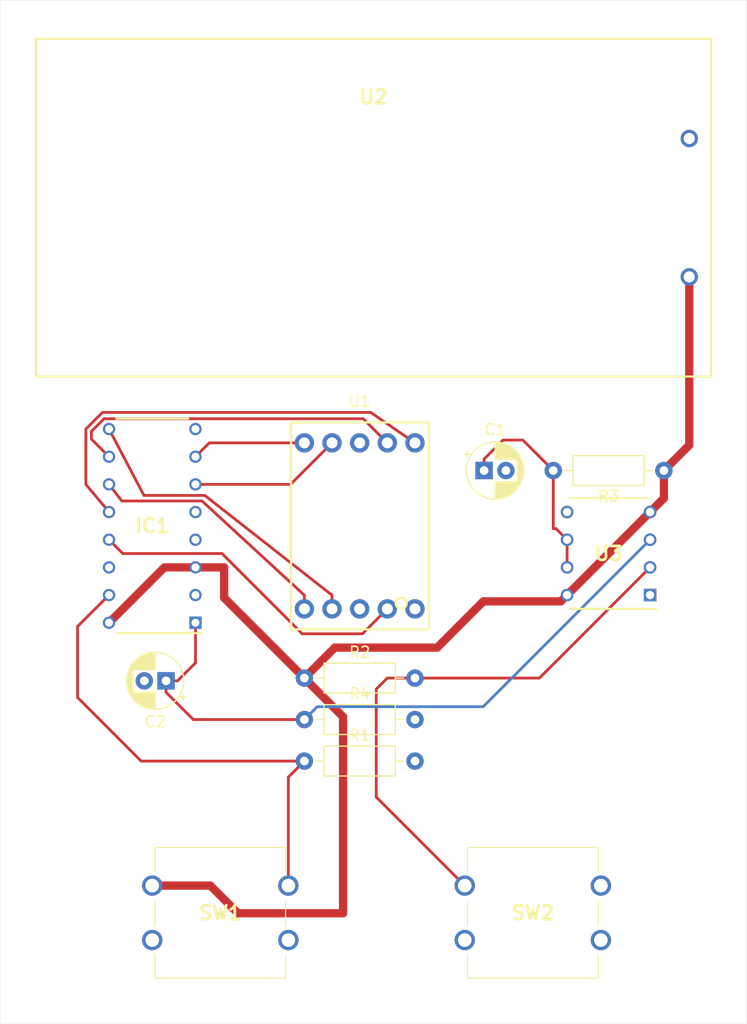
<source format=kicad_pcb>
(kicad_pcb (version 20171130) (host pcbnew "(5.0.0)")

  (general
    (thickness 1.6)
    (drawings 4)
    (tracks 81)
    (zones 0)
    (modules 12)
    (nets 19)
  )

  (page A4)
  (layers
    (0 F.Cu signal)
    (31 B.Cu signal)
    (32 B.Adhes user)
    (33 F.Adhes user)
    (34 B.Paste user)
    (35 F.Paste user)
    (36 B.SilkS user)
    (37 F.SilkS user)
    (38 B.Mask user)
    (39 F.Mask user)
    (40 Dwgs.User user)
    (41 Cmts.User user)
    (42 Eco1.User user)
    (43 Eco2.User user)
    (44 Edge.Cuts user)
    (45 Margin user)
    (46 B.CrtYd user)
    (47 F.CrtYd user)
    (48 B.Fab user)
    (49 F.Fab user)
  )

  (setup
    (last_trace_width 0.254)
    (user_trace_width 0.762)
    (trace_clearance 0.254)
    (zone_clearance 0.508)
    (zone_45_only no)
    (trace_min 0.1524)
    (segment_width 0.2)
    (edge_width 0.15)
    (via_size 0.762)
    (via_drill 0.381)
    (via_min_size 0.6858)
    (via_min_drill 0.3302)
    (uvia_size 0.762)
    (uvia_drill 0.381)
    (uvias_allowed no)
    (uvia_min_size 0.2)
    (uvia_min_drill 0.1)
    (pcb_text_width 0.3)
    (pcb_text_size 1.5 1.5)
    (mod_edge_width 0.15)
    (mod_text_size 1 1)
    (mod_text_width 0.15)
    (pad_size 1.524 1.524)
    (pad_drill 0.762)
    (pad_to_mask_clearance 0.0508)
    (aux_axis_origin 0 0)
    (visible_elements FFFFFF7F)
    (pcbplotparams
      (layerselection 0x010fc_ffffffff)
      (usegerberextensions false)
      (usegerberattributes false)
      (usegerberadvancedattributes false)
      (creategerberjobfile false)
      (excludeedgelayer true)
      (linewidth 0.100000)
      (plotframeref false)
      (viasonmask false)
      (mode 1)
      (useauxorigin false)
      (hpglpennumber 1)
      (hpglpenspeed 20)
      (hpglpendiameter 15.000000)
      (psnegative false)
      (psa4output false)
      (plotreference true)
      (plotvalue true)
      (plotinvisibletext false)
      (padsonsilk false)
      (subtractmaskfromsilk false)
      (outputformat 1)
      (mirror false)
      (drillshape 1)
      (scaleselection 1)
      (outputdirectory ""))
  )

  (net 0 "")
  (net 1 "Net-(C1-Pad1)")
  (net 2 GND)
  (net 3 "Net-(C2-Pad1)")
  (net 4 VCC)
  (net 5 "Net-(IC1-Pad4)")
  (net 6 "Net-(IC1-Pad5)")
  (net 7 "Net-(IC1-Pad6)")
  (net 8 "Net-(IC1-Pad7)")
  (net 9 "Net-(IC1-Pad9)")
  (net 10 "Net-(IC1-Pad10)")
  (net 11 "Net-(IC1-Pad11)")
  (net 12 "Net-(IC1-Pad12)")
  (net 13 "Net-(IC1-Pad13)")
  (net 14 "Net-(IC1-Pad14)")
  (net 15 "Net-(IC1-Pad15)")
  (net 16 "Net-(R2-Pad2)")
  (net 17 "Net-(U1-Pad10)")
  (net 18 "Net-(U3-Pad5)")

  (net_class Default "This is the default net class."
    (clearance 0.254)
    (trace_width 0.254)
    (via_dia 0.762)
    (via_drill 0.381)
    (uvia_dia 0.762)
    (uvia_drill 0.381)
    (add_net GND)
    (add_net "Net-(C1-Pad1)")
    (add_net "Net-(C2-Pad1)")
    (add_net "Net-(IC1-Pad10)")
    (add_net "Net-(IC1-Pad11)")
    (add_net "Net-(IC1-Pad12)")
    (add_net "Net-(IC1-Pad13)")
    (add_net "Net-(IC1-Pad14)")
    (add_net "Net-(IC1-Pad15)")
    (add_net "Net-(IC1-Pad4)")
    (add_net "Net-(IC1-Pad5)")
    (add_net "Net-(IC1-Pad6)")
    (add_net "Net-(IC1-Pad7)")
    (add_net "Net-(IC1-Pad9)")
    (add_net "Net-(R2-Pad2)")
    (add_net "Net-(U1-Pad10)")
    (add_net "Net-(U3-Pad5)")
    (add_net VCC)
  )

  (module Capacitor_THT:CP_Radial_D5.0mm_P2.00mm (layer F.Cu) (tedit 5AE50EF0) (tstamp 6015A0F4)
    (at 137.16 73.66)
    (descr "CP, Radial series, Radial, pin pitch=2.00mm, , diameter=5mm, Electrolytic Capacitor")
    (tags "CP Radial series Radial pin pitch 2.00mm  diameter 5mm Electrolytic Capacitor")
    (path /5FE13F9E)
    (fp_text reference C1 (at 1 -3.75) (layer F.SilkS)
      (effects (font (size 1 1) (thickness 0.15)))
    )
    (fp_text value 1uF (at 1 3.75) (layer F.Fab)
      (effects (font (size 1 1) (thickness 0.15)))
    )
    (fp_circle (center 1 0) (end 3.5 0) (layer F.Fab) (width 0.1))
    (fp_circle (center 1 0) (end 3.62 0) (layer F.SilkS) (width 0.12))
    (fp_circle (center 1 0) (end 3.75 0) (layer F.CrtYd) (width 0.05))
    (fp_line (start -1.133605 -1.0875) (end -0.633605 -1.0875) (layer F.Fab) (width 0.1))
    (fp_line (start -0.883605 -1.3375) (end -0.883605 -0.8375) (layer F.Fab) (width 0.1))
    (fp_line (start 1 1.04) (end 1 2.58) (layer F.SilkS) (width 0.12))
    (fp_line (start 1 -2.58) (end 1 -1.04) (layer F.SilkS) (width 0.12))
    (fp_line (start 1.04 1.04) (end 1.04 2.58) (layer F.SilkS) (width 0.12))
    (fp_line (start 1.04 -2.58) (end 1.04 -1.04) (layer F.SilkS) (width 0.12))
    (fp_line (start 1.08 -2.579) (end 1.08 -1.04) (layer F.SilkS) (width 0.12))
    (fp_line (start 1.08 1.04) (end 1.08 2.579) (layer F.SilkS) (width 0.12))
    (fp_line (start 1.12 -2.578) (end 1.12 -1.04) (layer F.SilkS) (width 0.12))
    (fp_line (start 1.12 1.04) (end 1.12 2.578) (layer F.SilkS) (width 0.12))
    (fp_line (start 1.16 -2.576) (end 1.16 -1.04) (layer F.SilkS) (width 0.12))
    (fp_line (start 1.16 1.04) (end 1.16 2.576) (layer F.SilkS) (width 0.12))
    (fp_line (start 1.2 -2.573) (end 1.2 -1.04) (layer F.SilkS) (width 0.12))
    (fp_line (start 1.2 1.04) (end 1.2 2.573) (layer F.SilkS) (width 0.12))
    (fp_line (start 1.24 -2.569) (end 1.24 -1.04) (layer F.SilkS) (width 0.12))
    (fp_line (start 1.24 1.04) (end 1.24 2.569) (layer F.SilkS) (width 0.12))
    (fp_line (start 1.28 -2.565) (end 1.28 -1.04) (layer F.SilkS) (width 0.12))
    (fp_line (start 1.28 1.04) (end 1.28 2.565) (layer F.SilkS) (width 0.12))
    (fp_line (start 1.32 -2.561) (end 1.32 -1.04) (layer F.SilkS) (width 0.12))
    (fp_line (start 1.32 1.04) (end 1.32 2.561) (layer F.SilkS) (width 0.12))
    (fp_line (start 1.36 -2.556) (end 1.36 -1.04) (layer F.SilkS) (width 0.12))
    (fp_line (start 1.36 1.04) (end 1.36 2.556) (layer F.SilkS) (width 0.12))
    (fp_line (start 1.4 -2.55) (end 1.4 -1.04) (layer F.SilkS) (width 0.12))
    (fp_line (start 1.4 1.04) (end 1.4 2.55) (layer F.SilkS) (width 0.12))
    (fp_line (start 1.44 -2.543) (end 1.44 -1.04) (layer F.SilkS) (width 0.12))
    (fp_line (start 1.44 1.04) (end 1.44 2.543) (layer F.SilkS) (width 0.12))
    (fp_line (start 1.48 -2.536) (end 1.48 -1.04) (layer F.SilkS) (width 0.12))
    (fp_line (start 1.48 1.04) (end 1.48 2.536) (layer F.SilkS) (width 0.12))
    (fp_line (start 1.52 -2.528) (end 1.52 -1.04) (layer F.SilkS) (width 0.12))
    (fp_line (start 1.52 1.04) (end 1.52 2.528) (layer F.SilkS) (width 0.12))
    (fp_line (start 1.56 -2.52) (end 1.56 -1.04) (layer F.SilkS) (width 0.12))
    (fp_line (start 1.56 1.04) (end 1.56 2.52) (layer F.SilkS) (width 0.12))
    (fp_line (start 1.6 -2.511) (end 1.6 -1.04) (layer F.SilkS) (width 0.12))
    (fp_line (start 1.6 1.04) (end 1.6 2.511) (layer F.SilkS) (width 0.12))
    (fp_line (start 1.64 -2.501) (end 1.64 -1.04) (layer F.SilkS) (width 0.12))
    (fp_line (start 1.64 1.04) (end 1.64 2.501) (layer F.SilkS) (width 0.12))
    (fp_line (start 1.68 -2.491) (end 1.68 -1.04) (layer F.SilkS) (width 0.12))
    (fp_line (start 1.68 1.04) (end 1.68 2.491) (layer F.SilkS) (width 0.12))
    (fp_line (start 1.721 -2.48) (end 1.721 -1.04) (layer F.SilkS) (width 0.12))
    (fp_line (start 1.721 1.04) (end 1.721 2.48) (layer F.SilkS) (width 0.12))
    (fp_line (start 1.761 -2.468) (end 1.761 -1.04) (layer F.SilkS) (width 0.12))
    (fp_line (start 1.761 1.04) (end 1.761 2.468) (layer F.SilkS) (width 0.12))
    (fp_line (start 1.801 -2.455) (end 1.801 -1.04) (layer F.SilkS) (width 0.12))
    (fp_line (start 1.801 1.04) (end 1.801 2.455) (layer F.SilkS) (width 0.12))
    (fp_line (start 1.841 -2.442) (end 1.841 -1.04) (layer F.SilkS) (width 0.12))
    (fp_line (start 1.841 1.04) (end 1.841 2.442) (layer F.SilkS) (width 0.12))
    (fp_line (start 1.881 -2.428) (end 1.881 -1.04) (layer F.SilkS) (width 0.12))
    (fp_line (start 1.881 1.04) (end 1.881 2.428) (layer F.SilkS) (width 0.12))
    (fp_line (start 1.921 -2.414) (end 1.921 -1.04) (layer F.SilkS) (width 0.12))
    (fp_line (start 1.921 1.04) (end 1.921 2.414) (layer F.SilkS) (width 0.12))
    (fp_line (start 1.961 -2.398) (end 1.961 -1.04) (layer F.SilkS) (width 0.12))
    (fp_line (start 1.961 1.04) (end 1.961 2.398) (layer F.SilkS) (width 0.12))
    (fp_line (start 2.001 -2.382) (end 2.001 -1.04) (layer F.SilkS) (width 0.12))
    (fp_line (start 2.001 1.04) (end 2.001 2.382) (layer F.SilkS) (width 0.12))
    (fp_line (start 2.041 -2.365) (end 2.041 -1.04) (layer F.SilkS) (width 0.12))
    (fp_line (start 2.041 1.04) (end 2.041 2.365) (layer F.SilkS) (width 0.12))
    (fp_line (start 2.081 -2.348) (end 2.081 -1.04) (layer F.SilkS) (width 0.12))
    (fp_line (start 2.081 1.04) (end 2.081 2.348) (layer F.SilkS) (width 0.12))
    (fp_line (start 2.121 -2.329) (end 2.121 -1.04) (layer F.SilkS) (width 0.12))
    (fp_line (start 2.121 1.04) (end 2.121 2.329) (layer F.SilkS) (width 0.12))
    (fp_line (start 2.161 -2.31) (end 2.161 -1.04) (layer F.SilkS) (width 0.12))
    (fp_line (start 2.161 1.04) (end 2.161 2.31) (layer F.SilkS) (width 0.12))
    (fp_line (start 2.201 -2.29) (end 2.201 -1.04) (layer F.SilkS) (width 0.12))
    (fp_line (start 2.201 1.04) (end 2.201 2.29) (layer F.SilkS) (width 0.12))
    (fp_line (start 2.241 -2.268) (end 2.241 -1.04) (layer F.SilkS) (width 0.12))
    (fp_line (start 2.241 1.04) (end 2.241 2.268) (layer F.SilkS) (width 0.12))
    (fp_line (start 2.281 -2.247) (end 2.281 -1.04) (layer F.SilkS) (width 0.12))
    (fp_line (start 2.281 1.04) (end 2.281 2.247) (layer F.SilkS) (width 0.12))
    (fp_line (start 2.321 -2.224) (end 2.321 -1.04) (layer F.SilkS) (width 0.12))
    (fp_line (start 2.321 1.04) (end 2.321 2.224) (layer F.SilkS) (width 0.12))
    (fp_line (start 2.361 -2.2) (end 2.361 -1.04) (layer F.SilkS) (width 0.12))
    (fp_line (start 2.361 1.04) (end 2.361 2.2) (layer F.SilkS) (width 0.12))
    (fp_line (start 2.401 -2.175) (end 2.401 -1.04) (layer F.SilkS) (width 0.12))
    (fp_line (start 2.401 1.04) (end 2.401 2.175) (layer F.SilkS) (width 0.12))
    (fp_line (start 2.441 -2.149) (end 2.441 -1.04) (layer F.SilkS) (width 0.12))
    (fp_line (start 2.441 1.04) (end 2.441 2.149) (layer F.SilkS) (width 0.12))
    (fp_line (start 2.481 -2.122) (end 2.481 -1.04) (layer F.SilkS) (width 0.12))
    (fp_line (start 2.481 1.04) (end 2.481 2.122) (layer F.SilkS) (width 0.12))
    (fp_line (start 2.521 -2.095) (end 2.521 -1.04) (layer F.SilkS) (width 0.12))
    (fp_line (start 2.521 1.04) (end 2.521 2.095) (layer F.SilkS) (width 0.12))
    (fp_line (start 2.561 -2.065) (end 2.561 -1.04) (layer F.SilkS) (width 0.12))
    (fp_line (start 2.561 1.04) (end 2.561 2.065) (layer F.SilkS) (width 0.12))
    (fp_line (start 2.601 -2.035) (end 2.601 -1.04) (layer F.SilkS) (width 0.12))
    (fp_line (start 2.601 1.04) (end 2.601 2.035) (layer F.SilkS) (width 0.12))
    (fp_line (start 2.641 -2.004) (end 2.641 -1.04) (layer F.SilkS) (width 0.12))
    (fp_line (start 2.641 1.04) (end 2.641 2.004) (layer F.SilkS) (width 0.12))
    (fp_line (start 2.681 -1.971) (end 2.681 -1.04) (layer F.SilkS) (width 0.12))
    (fp_line (start 2.681 1.04) (end 2.681 1.971) (layer F.SilkS) (width 0.12))
    (fp_line (start 2.721 -1.937) (end 2.721 -1.04) (layer F.SilkS) (width 0.12))
    (fp_line (start 2.721 1.04) (end 2.721 1.937) (layer F.SilkS) (width 0.12))
    (fp_line (start 2.761 -1.901) (end 2.761 -1.04) (layer F.SilkS) (width 0.12))
    (fp_line (start 2.761 1.04) (end 2.761 1.901) (layer F.SilkS) (width 0.12))
    (fp_line (start 2.801 -1.864) (end 2.801 -1.04) (layer F.SilkS) (width 0.12))
    (fp_line (start 2.801 1.04) (end 2.801 1.864) (layer F.SilkS) (width 0.12))
    (fp_line (start 2.841 -1.826) (end 2.841 -1.04) (layer F.SilkS) (width 0.12))
    (fp_line (start 2.841 1.04) (end 2.841 1.826) (layer F.SilkS) (width 0.12))
    (fp_line (start 2.881 -1.785) (end 2.881 -1.04) (layer F.SilkS) (width 0.12))
    (fp_line (start 2.881 1.04) (end 2.881 1.785) (layer F.SilkS) (width 0.12))
    (fp_line (start 2.921 -1.743) (end 2.921 -1.04) (layer F.SilkS) (width 0.12))
    (fp_line (start 2.921 1.04) (end 2.921 1.743) (layer F.SilkS) (width 0.12))
    (fp_line (start 2.961 -1.699) (end 2.961 -1.04) (layer F.SilkS) (width 0.12))
    (fp_line (start 2.961 1.04) (end 2.961 1.699) (layer F.SilkS) (width 0.12))
    (fp_line (start 3.001 -1.653) (end 3.001 -1.04) (layer F.SilkS) (width 0.12))
    (fp_line (start 3.001 1.04) (end 3.001 1.653) (layer F.SilkS) (width 0.12))
    (fp_line (start 3.041 -1.605) (end 3.041 1.605) (layer F.SilkS) (width 0.12))
    (fp_line (start 3.081 -1.554) (end 3.081 1.554) (layer F.SilkS) (width 0.12))
    (fp_line (start 3.121 -1.5) (end 3.121 1.5) (layer F.SilkS) (width 0.12))
    (fp_line (start 3.161 -1.443) (end 3.161 1.443) (layer F.SilkS) (width 0.12))
    (fp_line (start 3.201 -1.383) (end 3.201 1.383) (layer F.SilkS) (width 0.12))
    (fp_line (start 3.241 -1.319) (end 3.241 1.319) (layer F.SilkS) (width 0.12))
    (fp_line (start 3.281 -1.251) (end 3.281 1.251) (layer F.SilkS) (width 0.12))
    (fp_line (start 3.321 -1.178) (end 3.321 1.178) (layer F.SilkS) (width 0.12))
    (fp_line (start 3.361 -1.098) (end 3.361 1.098) (layer F.SilkS) (width 0.12))
    (fp_line (start 3.401 -1.011) (end 3.401 1.011) (layer F.SilkS) (width 0.12))
    (fp_line (start 3.441 -0.915) (end 3.441 0.915) (layer F.SilkS) (width 0.12))
    (fp_line (start 3.481 -0.805) (end 3.481 0.805) (layer F.SilkS) (width 0.12))
    (fp_line (start 3.521 -0.677) (end 3.521 0.677) (layer F.SilkS) (width 0.12))
    (fp_line (start 3.561 -0.518) (end 3.561 0.518) (layer F.SilkS) (width 0.12))
    (fp_line (start 3.601 -0.284) (end 3.601 0.284) (layer F.SilkS) (width 0.12))
    (fp_line (start -1.804775 -1.475) (end -1.304775 -1.475) (layer F.SilkS) (width 0.12))
    (fp_line (start -1.554775 -1.725) (end -1.554775 -1.225) (layer F.SilkS) (width 0.12))
    (fp_text user %R (at 1 0) (layer F.Fab)
      (effects (font (size 1 1) (thickness 0.15)))
    )
    (pad 1 thru_hole rect (at 0 0) (size 1.6 1.6) (drill 0.8) (layers *.Cu *.Mask)
      (net 1 "Net-(C1-Pad1)"))
    (pad 2 thru_hole circle (at 2 0) (size 1.6 1.6) (drill 0.8) (layers *.Cu *.Mask)
      (net 2 GND))
    (model ${KISYS3DMOD}/Capacitor_THT.3dshapes/CP_Radial_D5.0mm_P2.00mm.wrl
      (at (xyz 0 0 0))
      (scale (xyz 1 1 1))
      (rotate (xyz 0 0 0))
    )
  )

  (module Capacitor_THT:CP_Radial_D5.0mm_P2.00mm (layer F.Cu) (tedit 5AE50EF0) (tstamp 6015602E)
    (at 107.95 92.964 180)
    (descr "CP, Radial series, Radial, pin pitch=2.00mm, , diameter=5mm, Electrolytic Capacitor")
    (tags "CP Radial series Radial pin pitch 2.00mm  diameter 5mm Electrolytic Capacitor")
    (path /5FE1449A)
    (fp_text reference C2 (at 1 -3.75 180) (layer F.SilkS)
      (effects (font (size 1 1) (thickness 0.15)))
    )
    (fp_text value 22uF (at 1 3.75 180) (layer F.Fab)
      (effects (font (size 1 1) (thickness 0.15)))
    )
    (fp_text user %R (at 1 0 180) (layer F.Fab)
      (effects (font (size 1 1) (thickness 0.15)))
    )
    (fp_line (start -1.554775 -1.725) (end -1.554775 -1.225) (layer F.SilkS) (width 0.12))
    (fp_line (start -1.804775 -1.475) (end -1.304775 -1.475) (layer F.SilkS) (width 0.12))
    (fp_line (start 3.601 -0.284) (end 3.601 0.284) (layer F.SilkS) (width 0.12))
    (fp_line (start 3.561 -0.518) (end 3.561 0.518) (layer F.SilkS) (width 0.12))
    (fp_line (start 3.521 -0.677) (end 3.521 0.677) (layer F.SilkS) (width 0.12))
    (fp_line (start 3.481 -0.805) (end 3.481 0.805) (layer F.SilkS) (width 0.12))
    (fp_line (start 3.441 -0.915) (end 3.441 0.915) (layer F.SilkS) (width 0.12))
    (fp_line (start 3.401 -1.011) (end 3.401 1.011) (layer F.SilkS) (width 0.12))
    (fp_line (start 3.361 -1.098) (end 3.361 1.098) (layer F.SilkS) (width 0.12))
    (fp_line (start 3.321 -1.178) (end 3.321 1.178) (layer F.SilkS) (width 0.12))
    (fp_line (start 3.281 -1.251) (end 3.281 1.251) (layer F.SilkS) (width 0.12))
    (fp_line (start 3.241 -1.319) (end 3.241 1.319) (layer F.SilkS) (width 0.12))
    (fp_line (start 3.201 -1.383) (end 3.201 1.383) (layer F.SilkS) (width 0.12))
    (fp_line (start 3.161 -1.443) (end 3.161 1.443) (layer F.SilkS) (width 0.12))
    (fp_line (start 3.121 -1.5) (end 3.121 1.5) (layer F.SilkS) (width 0.12))
    (fp_line (start 3.081 -1.554) (end 3.081 1.554) (layer F.SilkS) (width 0.12))
    (fp_line (start 3.041 -1.605) (end 3.041 1.605) (layer F.SilkS) (width 0.12))
    (fp_line (start 3.001 1.04) (end 3.001 1.653) (layer F.SilkS) (width 0.12))
    (fp_line (start 3.001 -1.653) (end 3.001 -1.04) (layer F.SilkS) (width 0.12))
    (fp_line (start 2.961 1.04) (end 2.961 1.699) (layer F.SilkS) (width 0.12))
    (fp_line (start 2.961 -1.699) (end 2.961 -1.04) (layer F.SilkS) (width 0.12))
    (fp_line (start 2.921 1.04) (end 2.921 1.743) (layer F.SilkS) (width 0.12))
    (fp_line (start 2.921 -1.743) (end 2.921 -1.04) (layer F.SilkS) (width 0.12))
    (fp_line (start 2.881 1.04) (end 2.881 1.785) (layer F.SilkS) (width 0.12))
    (fp_line (start 2.881 -1.785) (end 2.881 -1.04) (layer F.SilkS) (width 0.12))
    (fp_line (start 2.841 1.04) (end 2.841 1.826) (layer F.SilkS) (width 0.12))
    (fp_line (start 2.841 -1.826) (end 2.841 -1.04) (layer F.SilkS) (width 0.12))
    (fp_line (start 2.801 1.04) (end 2.801 1.864) (layer F.SilkS) (width 0.12))
    (fp_line (start 2.801 -1.864) (end 2.801 -1.04) (layer F.SilkS) (width 0.12))
    (fp_line (start 2.761 1.04) (end 2.761 1.901) (layer F.SilkS) (width 0.12))
    (fp_line (start 2.761 -1.901) (end 2.761 -1.04) (layer F.SilkS) (width 0.12))
    (fp_line (start 2.721 1.04) (end 2.721 1.937) (layer F.SilkS) (width 0.12))
    (fp_line (start 2.721 -1.937) (end 2.721 -1.04) (layer F.SilkS) (width 0.12))
    (fp_line (start 2.681 1.04) (end 2.681 1.971) (layer F.SilkS) (width 0.12))
    (fp_line (start 2.681 -1.971) (end 2.681 -1.04) (layer F.SilkS) (width 0.12))
    (fp_line (start 2.641 1.04) (end 2.641 2.004) (layer F.SilkS) (width 0.12))
    (fp_line (start 2.641 -2.004) (end 2.641 -1.04) (layer F.SilkS) (width 0.12))
    (fp_line (start 2.601 1.04) (end 2.601 2.035) (layer F.SilkS) (width 0.12))
    (fp_line (start 2.601 -2.035) (end 2.601 -1.04) (layer F.SilkS) (width 0.12))
    (fp_line (start 2.561 1.04) (end 2.561 2.065) (layer F.SilkS) (width 0.12))
    (fp_line (start 2.561 -2.065) (end 2.561 -1.04) (layer F.SilkS) (width 0.12))
    (fp_line (start 2.521 1.04) (end 2.521 2.095) (layer F.SilkS) (width 0.12))
    (fp_line (start 2.521 -2.095) (end 2.521 -1.04) (layer F.SilkS) (width 0.12))
    (fp_line (start 2.481 1.04) (end 2.481 2.122) (layer F.SilkS) (width 0.12))
    (fp_line (start 2.481 -2.122) (end 2.481 -1.04) (layer F.SilkS) (width 0.12))
    (fp_line (start 2.441 1.04) (end 2.441 2.149) (layer F.SilkS) (width 0.12))
    (fp_line (start 2.441 -2.149) (end 2.441 -1.04) (layer F.SilkS) (width 0.12))
    (fp_line (start 2.401 1.04) (end 2.401 2.175) (layer F.SilkS) (width 0.12))
    (fp_line (start 2.401 -2.175) (end 2.401 -1.04) (layer F.SilkS) (width 0.12))
    (fp_line (start 2.361 1.04) (end 2.361 2.2) (layer F.SilkS) (width 0.12))
    (fp_line (start 2.361 -2.2) (end 2.361 -1.04) (layer F.SilkS) (width 0.12))
    (fp_line (start 2.321 1.04) (end 2.321 2.224) (layer F.SilkS) (width 0.12))
    (fp_line (start 2.321 -2.224) (end 2.321 -1.04) (layer F.SilkS) (width 0.12))
    (fp_line (start 2.281 1.04) (end 2.281 2.247) (layer F.SilkS) (width 0.12))
    (fp_line (start 2.281 -2.247) (end 2.281 -1.04) (layer F.SilkS) (width 0.12))
    (fp_line (start 2.241 1.04) (end 2.241 2.268) (layer F.SilkS) (width 0.12))
    (fp_line (start 2.241 -2.268) (end 2.241 -1.04) (layer F.SilkS) (width 0.12))
    (fp_line (start 2.201 1.04) (end 2.201 2.29) (layer F.SilkS) (width 0.12))
    (fp_line (start 2.201 -2.29) (end 2.201 -1.04) (layer F.SilkS) (width 0.12))
    (fp_line (start 2.161 1.04) (end 2.161 2.31) (layer F.SilkS) (width 0.12))
    (fp_line (start 2.161 -2.31) (end 2.161 -1.04) (layer F.SilkS) (width 0.12))
    (fp_line (start 2.121 1.04) (end 2.121 2.329) (layer F.SilkS) (width 0.12))
    (fp_line (start 2.121 -2.329) (end 2.121 -1.04) (layer F.SilkS) (width 0.12))
    (fp_line (start 2.081 1.04) (end 2.081 2.348) (layer F.SilkS) (width 0.12))
    (fp_line (start 2.081 -2.348) (end 2.081 -1.04) (layer F.SilkS) (width 0.12))
    (fp_line (start 2.041 1.04) (end 2.041 2.365) (layer F.SilkS) (width 0.12))
    (fp_line (start 2.041 -2.365) (end 2.041 -1.04) (layer F.SilkS) (width 0.12))
    (fp_line (start 2.001 1.04) (end 2.001 2.382) (layer F.SilkS) (width 0.12))
    (fp_line (start 2.001 -2.382) (end 2.001 -1.04) (layer F.SilkS) (width 0.12))
    (fp_line (start 1.961 1.04) (end 1.961 2.398) (layer F.SilkS) (width 0.12))
    (fp_line (start 1.961 -2.398) (end 1.961 -1.04) (layer F.SilkS) (width 0.12))
    (fp_line (start 1.921 1.04) (end 1.921 2.414) (layer F.SilkS) (width 0.12))
    (fp_line (start 1.921 -2.414) (end 1.921 -1.04) (layer F.SilkS) (width 0.12))
    (fp_line (start 1.881 1.04) (end 1.881 2.428) (layer F.SilkS) (width 0.12))
    (fp_line (start 1.881 -2.428) (end 1.881 -1.04) (layer F.SilkS) (width 0.12))
    (fp_line (start 1.841 1.04) (end 1.841 2.442) (layer F.SilkS) (width 0.12))
    (fp_line (start 1.841 -2.442) (end 1.841 -1.04) (layer F.SilkS) (width 0.12))
    (fp_line (start 1.801 1.04) (end 1.801 2.455) (layer F.SilkS) (width 0.12))
    (fp_line (start 1.801 -2.455) (end 1.801 -1.04) (layer F.SilkS) (width 0.12))
    (fp_line (start 1.761 1.04) (end 1.761 2.468) (layer F.SilkS) (width 0.12))
    (fp_line (start 1.761 -2.468) (end 1.761 -1.04) (layer F.SilkS) (width 0.12))
    (fp_line (start 1.721 1.04) (end 1.721 2.48) (layer F.SilkS) (width 0.12))
    (fp_line (start 1.721 -2.48) (end 1.721 -1.04) (layer F.SilkS) (width 0.12))
    (fp_line (start 1.68 1.04) (end 1.68 2.491) (layer F.SilkS) (width 0.12))
    (fp_line (start 1.68 -2.491) (end 1.68 -1.04) (layer F.SilkS) (width 0.12))
    (fp_line (start 1.64 1.04) (end 1.64 2.501) (layer F.SilkS) (width 0.12))
    (fp_line (start 1.64 -2.501) (end 1.64 -1.04) (layer F.SilkS) (width 0.12))
    (fp_line (start 1.6 1.04) (end 1.6 2.511) (layer F.SilkS) (width 0.12))
    (fp_line (start 1.6 -2.511) (end 1.6 -1.04) (layer F.SilkS) (width 0.12))
    (fp_line (start 1.56 1.04) (end 1.56 2.52) (layer F.SilkS) (width 0.12))
    (fp_line (start 1.56 -2.52) (end 1.56 -1.04) (layer F.SilkS) (width 0.12))
    (fp_line (start 1.52 1.04) (end 1.52 2.528) (layer F.SilkS) (width 0.12))
    (fp_line (start 1.52 -2.528) (end 1.52 -1.04) (layer F.SilkS) (width 0.12))
    (fp_line (start 1.48 1.04) (end 1.48 2.536) (layer F.SilkS) (width 0.12))
    (fp_line (start 1.48 -2.536) (end 1.48 -1.04) (layer F.SilkS) (width 0.12))
    (fp_line (start 1.44 1.04) (end 1.44 2.543) (layer F.SilkS) (width 0.12))
    (fp_line (start 1.44 -2.543) (end 1.44 -1.04) (layer F.SilkS) (width 0.12))
    (fp_line (start 1.4 1.04) (end 1.4 2.55) (layer F.SilkS) (width 0.12))
    (fp_line (start 1.4 -2.55) (end 1.4 -1.04) (layer F.SilkS) (width 0.12))
    (fp_line (start 1.36 1.04) (end 1.36 2.556) (layer F.SilkS) (width 0.12))
    (fp_line (start 1.36 -2.556) (end 1.36 -1.04) (layer F.SilkS) (width 0.12))
    (fp_line (start 1.32 1.04) (end 1.32 2.561) (layer F.SilkS) (width 0.12))
    (fp_line (start 1.32 -2.561) (end 1.32 -1.04) (layer F.SilkS) (width 0.12))
    (fp_line (start 1.28 1.04) (end 1.28 2.565) (layer F.SilkS) (width 0.12))
    (fp_line (start 1.28 -2.565) (end 1.28 -1.04) (layer F.SilkS) (width 0.12))
    (fp_line (start 1.24 1.04) (end 1.24 2.569) (layer F.SilkS) (width 0.12))
    (fp_line (start 1.24 -2.569) (end 1.24 -1.04) (layer F.SilkS) (width 0.12))
    (fp_line (start 1.2 1.04) (end 1.2 2.573) (layer F.SilkS) (width 0.12))
    (fp_line (start 1.2 -2.573) (end 1.2 -1.04) (layer F.SilkS) (width 0.12))
    (fp_line (start 1.16 1.04) (end 1.16 2.576) (layer F.SilkS) (width 0.12))
    (fp_line (start 1.16 -2.576) (end 1.16 -1.04) (layer F.SilkS) (width 0.12))
    (fp_line (start 1.12 1.04) (end 1.12 2.578) (layer F.SilkS) (width 0.12))
    (fp_line (start 1.12 -2.578) (end 1.12 -1.04) (layer F.SilkS) (width 0.12))
    (fp_line (start 1.08 1.04) (end 1.08 2.579) (layer F.SilkS) (width 0.12))
    (fp_line (start 1.08 -2.579) (end 1.08 -1.04) (layer F.SilkS) (width 0.12))
    (fp_line (start 1.04 -2.58) (end 1.04 -1.04) (layer F.SilkS) (width 0.12))
    (fp_line (start 1.04 1.04) (end 1.04 2.58) (layer F.SilkS) (width 0.12))
    (fp_line (start 1 -2.58) (end 1 -1.04) (layer F.SilkS) (width 0.12))
    (fp_line (start 1 1.04) (end 1 2.58) (layer F.SilkS) (width 0.12))
    (fp_line (start -0.883605 -1.3375) (end -0.883605 -0.8375) (layer F.Fab) (width 0.1))
    (fp_line (start -1.133605 -1.0875) (end -0.633605 -1.0875) (layer F.Fab) (width 0.1))
    (fp_circle (center 1 0) (end 3.75 0) (layer F.CrtYd) (width 0.05))
    (fp_circle (center 1 0) (end 3.62 0) (layer F.SilkS) (width 0.12))
    (fp_circle (center 1 0) (end 3.5 0) (layer F.Fab) (width 0.1))
    (pad 2 thru_hole circle (at 2 0 180) (size 1.6 1.6) (drill 0.8) (layers *.Cu *.Mask)
      (net 2 GND))
    (pad 1 thru_hole rect (at 0 0 180) (size 1.6 1.6) (drill 0.8) (layers *.Cu *.Mask)
      (net 3 "Net-(C2-Pad1)"))
    (model ${KISYS3DMOD}/Capacitor_THT.3dshapes/CP_Radial_D5.0mm_P2.00mm.wrl
      (at (xyz 0 0 0))
      (scale (xyz 1 1 1))
      (rotate (xyz 0 0 0))
    )
  )

  (module SamacSys_Parts:DIP794W53P254L1930H508Q16N (layer F.Cu) (tedit 0) (tstamp 6015604E)
    (at 106.68 78.74 180)
    (descr "N (R-PDIP-T)")
    (tags "Integrated Circuit")
    (path /5FE14AFF)
    (fp_text reference IC1 (at 0 0 180) (layer F.SilkS)
      (effects (font (size 1.27 1.27) (thickness 0.254)))
    )
    (fp_text value CD4026BE (at 0 0 180) (layer F.SilkS) hide
      (effects (font (size 1.27 1.27) (thickness 0.254)))
    )
    (fp_text user %R (at 0 0 180) (layer F.Fab)
      (effects (font (size 1.27 1.27) (thickness 0.254)))
    )
    (fp_line (start -4.945 -10.095) (end 4.945 -10.095) (layer F.CrtYd) (width 0.05))
    (fp_line (start 4.945 -10.095) (end 4.945 10.095) (layer F.CrtYd) (width 0.05))
    (fp_line (start 4.945 10.095) (end -4.945 10.095) (layer F.CrtYd) (width 0.05))
    (fp_line (start -4.945 10.095) (end -4.945 -10.095) (layer F.CrtYd) (width 0.05))
    (fp_line (start -3.3 -9.845) (end 3.3 -9.845) (layer F.Fab) (width 0.1))
    (fp_line (start 3.3 -9.845) (end 3.3 9.845) (layer F.Fab) (width 0.1))
    (fp_line (start 3.3 9.845) (end -3.3 9.845) (layer F.Fab) (width 0.1))
    (fp_line (start -3.3 9.845) (end -3.3 -9.845) (layer F.Fab) (width 0.1))
    (fp_line (start -3.3 -8.575) (end -2.03 -9.845) (layer F.Fab) (width 0.1))
    (fp_line (start -4.535 -9.845) (end 3.3 -9.845) (layer F.SilkS) (width 0.2))
    (fp_line (start -3.3 9.845) (end 3.3 9.845) (layer F.SilkS) (width 0.2))
    (pad 1 thru_hole rect (at -3.97 -8.89 180) (size 1.13 1.13) (drill 0.73) (layers *.Cu *.Mask)
      (net 3 "Net-(C2-Pad1)"))
    (pad 2 thru_hole circle (at -3.97 -6.35 180) (size 1.13 1.13) (drill 0.73) (layers *.Cu *.Mask)
      (net 2 GND))
    (pad 3 thru_hole circle (at -3.97 -3.81 180) (size 1.13 1.13) (drill 0.73) (layers *.Cu *.Mask)
      (net 4 VCC))
    (pad 4 thru_hole circle (at -3.97 -1.27 180) (size 1.13 1.13) (drill 0.73) (layers *.Cu *.Mask)
      (net 5 "Net-(IC1-Pad4)"))
    (pad 5 thru_hole circle (at -3.97 1.27 180) (size 1.13 1.13) (drill 0.73) (layers *.Cu *.Mask)
      (net 6 "Net-(IC1-Pad5)"))
    (pad 6 thru_hole circle (at -3.97 3.81 180) (size 1.13 1.13) (drill 0.73) (layers *.Cu *.Mask)
      (net 7 "Net-(IC1-Pad6)"))
    (pad 7 thru_hole circle (at -3.97 6.35 180) (size 1.13 1.13) (drill 0.73) (layers *.Cu *.Mask)
      (net 8 "Net-(IC1-Pad7)"))
    (pad 8 thru_hole circle (at -3.97 8.89 180) (size 1.13 1.13) (drill 0.73) (layers *.Cu *.Mask)
      (net 2 GND))
    (pad 9 thru_hole circle (at 3.97 8.89 180) (size 1.13 1.13) (drill 0.73) (layers *.Cu *.Mask)
      (net 9 "Net-(IC1-Pad9)"))
    (pad 10 thru_hole circle (at 3.97 6.35 180) (size 1.13 1.13) (drill 0.73) (layers *.Cu *.Mask)
      (net 10 "Net-(IC1-Pad10)"))
    (pad 11 thru_hole circle (at 3.97 3.81 180) (size 1.13 1.13) (drill 0.73) (layers *.Cu *.Mask)
      (net 11 "Net-(IC1-Pad11)"))
    (pad 12 thru_hole circle (at 3.97 1.27 180) (size 1.13 1.13) (drill 0.73) (layers *.Cu *.Mask)
      (net 12 "Net-(IC1-Pad12)"))
    (pad 13 thru_hole circle (at 3.97 -1.27 180) (size 1.13 1.13) (drill 0.73) (layers *.Cu *.Mask)
      (net 13 "Net-(IC1-Pad13)"))
    (pad 14 thru_hole circle (at 3.97 -3.81 180) (size 1.13 1.13) (drill 0.73) (layers *.Cu *.Mask)
      (net 14 "Net-(IC1-Pad14)"))
    (pad 15 thru_hole circle (at 3.97 -6.35 180) (size 1.13 1.13) (drill 0.73) (layers *.Cu *.Mask)
      (net 15 "Net-(IC1-Pad15)"))
    (pad 16 thru_hole circle (at 3.97 -8.89 180) (size 1.13 1.13) (drill 0.73) (layers *.Cu *.Mask)
      (net 4 VCC))
    (model "C:\\Users\\seand\\Documents\\Library Loader Components\\SamacSys_Parts.3dshapes\\CD4026BE.stp"
      (at (xyz 0 0 0))
      (scale (xyz 1 1 1))
      (rotate (xyz 0 0 0))
    )
  )

  (module Resistor_THT:R_Axial_DIN0207_L6.3mm_D2.5mm_P10.16mm_Horizontal (layer F.Cu) (tedit 5AE5139B) (tstamp 60157F02)
    (at 120.65 100.33)
    (descr "Resistor, Axial_DIN0207 series, Axial, Horizontal, pin pitch=10.16mm, 0.25W = 1/4W, length*diameter=6.3*2.5mm^2, http://cdn-reichelt.de/documents/datenblatt/B400/1_4W%23YAG.pdf")
    (tags "Resistor Axial_DIN0207 series Axial Horizontal pin pitch 10.16mm 0.25W = 1/4W length 6.3mm diameter 2.5mm")
    (path /5FE146C4)
    (fp_text reference R1 (at 5.08 -2.37) (layer F.SilkS)
      (effects (font (size 1 1) (thickness 0.15)))
    )
    (fp_text value 10k (at 5.08 2.37) (layer F.Fab)
      (effects (font (size 1 1) (thickness 0.15)))
    )
    (fp_text user %R (at 5.08 0) (layer F.Fab)
      (effects (font (size 1 1) (thickness 0.15)))
    )
    (fp_line (start 11.21 -1.5) (end -1.05 -1.5) (layer F.CrtYd) (width 0.05))
    (fp_line (start 11.21 1.5) (end 11.21 -1.5) (layer F.CrtYd) (width 0.05))
    (fp_line (start -1.05 1.5) (end 11.21 1.5) (layer F.CrtYd) (width 0.05))
    (fp_line (start -1.05 -1.5) (end -1.05 1.5) (layer F.CrtYd) (width 0.05))
    (fp_line (start 9.12 0) (end 8.35 0) (layer F.SilkS) (width 0.12))
    (fp_line (start 1.04 0) (end 1.81 0) (layer F.SilkS) (width 0.12))
    (fp_line (start 8.35 -1.37) (end 1.81 -1.37) (layer F.SilkS) (width 0.12))
    (fp_line (start 8.35 1.37) (end 8.35 -1.37) (layer F.SilkS) (width 0.12))
    (fp_line (start 1.81 1.37) (end 8.35 1.37) (layer F.SilkS) (width 0.12))
    (fp_line (start 1.81 -1.37) (end 1.81 1.37) (layer F.SilkS) (width 0.12))
    (fp_line (start 10.16 0) (end 8.23 0) (layer F.Fab) (width 0.1))
    (fp_line (start 0 0) (end 1.93 0) (layer F.Fab) (width 0.1))
    (fp_line (start 8.23 -1.25) (end 1.93 -1.25) (layer F.Fab) (width 0.1))
    (fp_line (start 8.23 1.25) (end 8.23 -1.25) (layer F.Fab) (width 0.1))
    (fp_line (start 1.93 1.25) (end 8.23 1.25) (layer F.Fab) (width 0.1))
    (fp_line (start 1.93 -1.25) (end 1.93 1.25) (layer F.Fab) (width 0.1))
    (pad 2 thru_hole oval (at 10.16 0) (size 1.6 1.6) (drill 0.8) (layers *.Cu *.Mask)
      (net 2 GND))
    (pad 1 thru_hole circle (at 0 0) (size 1.6 1.6) (drill 0.8) (layers *.Cu *.Mask)
      (net 15 "Net-(IC1-Pad15)"))
    (model ${KISYS3DMOD}/Resistor_THT.3dshapes/R_Axial_DIN0207_L6.3mm_D2.5mm_P10.16mm_Horizontal.wrl
      (at (xyz 0 0 0))
      (scale (xyz 1 1 1))
      (rotate (xyz 0 0 0))
    )
  )

  (module Resistor_THT:R_Axial_DIN0207_L6.3mm_D2.5mm_P10.16mm_Horizontal (layer F.Cu) (tedit 5AE5139B) (tstamp 601587F1)
    (at 120.65 92.71)
    (descr "Resistor, Axial_DIN0207 series, Axial, Horizontal, pin pitch=10.16mm, 0.25W = 1/4W, length*diameter=6.3*2.5mm^2, http://cdn-reichelt.de/documents/datenblatt/B400/1_4W%23YAG.pdf")
    (tags "Resistor Axial_DIN0207 series Axial Horizontal pin pitch 10.16mm 0.25W = 1/4W length 6.3mm diameter 2.5mm")
    (path /5FE1404C)
    (fp_text reference R2 (at 5.08 -2.37) (layer F.SilkS)
      (effects (font (size 1 1) (thickness 0.15)))
    )
    (fp_text value 10k (at 5.08 2.37) (layer F.Fab)
      (effects (font (size 1 1) (thickness 0.15)))
    )
    (fp_text user %R (at 5.08 0 180) (layer F.Fab)
      (effects (font (size 1 1) (thickness 0.15)))
    )
    (fp_line (start 11.21 -1.5) (end -1.05 -1.5) (layer F.CrtYd) (width 0.05))
    (fp_line (start 11.21 1.5) (end 11.21 -1.5) (layer F.CrtYd) (width 0.05))
    (fp_line (start -1.05 1.5) (end 11.21 1.5) (layer F.CrtYd) (width 0.05))
    (fp_line (start -1.05 -1.5) (end -1.05 1.5) (layer F.CrtYd) (width 0.05))
    (fp_line (start 9.12 0) (end 8.35 0) (layer F.SilkS) (width 0.12))
    (fp_line (start 1.04 0) (end 1.81 0) (layer F.SilkS) (width 0.12))
    (fp_line (start 8.35 -1.37) (end 1.81 -1.37) (layer F.SilkS) (width 0.12))
    (fp_line (start 8.35 1.37) (end 8.35 -1.37) (layer F.SilkS) (width 0.12))
    (fp_line (start 1.81 1.37) (end 8.35 1.37) (layer F.SilkS) (width 0.12))
    (fp_line (start 1.81 -1.37) (end 1.81 1.37) (layer F.SilkS) (width 0.12))
    (fp_line (start 10.16 0) (end 8.23 0) (layer F.Fab) (width 0.1))
    (fp_line (start 0 0) (end 1.93 0) (layer F.Fab) (width 0.1))
    (fp_line (start 8.23 -1.25) (end 1.93 -1.25) (layer F.Fab) (width 0.1))
    (fp_line (start 8.23 1.25) (end 8.23 -1.25) (layer F.Fab) (width 0.1))
    (fp_line (start 1.93 1.25) (end 8.23 1.25) (layer F.Fab) (width 0.1))
    (fp_line (start 1.93 -1.25) (end 1.93 1.25) (layer F.Fab) (width 0.1))
    (pad 2 thru_hole oval (at 10.16 0) (size 1.6 1.6) (drill 0.8) (layers *.Cu *.Mask)
      (net 16 "Net-(R2-Pad2)"))
    (pad 1 thru_hole circle (at 0 0) (size 1.6 1.6) (drill 0.8) (layers *.Cu *.Mask)
      (net 4 VCC))
    (model ${KISYS3DMOD}/Resistor_THT.3dshapes/R_Axial_DIN0207_L6.3mm_D2.5mm_P10.16mm_Horizontal.wrl
      (at (xyz 0 0 0))
      (scale (xyz 1 1 1))
      (rotate (xyz 0 0 0))
    )
  )

  (module Resistor_THT:R_Axial_DIN0207_L6.3mm_D2.5mm_P10.16mm_Horizontal (layer F.Cu) (tedit 5AE5139B) (tstamp 60157D0D)
    (at 153.67 73.66 180)
    (descr "Resistor, Axial_DIN0207 series, Axial, Horizontal, pin pitch=10.16mm, 0.25W = 1/4W, length*diameter=6.3*2.5mm^2, http://cdn-reichelt.de/documents/datenblatt/B400/1_4W%23YAG.pdf")
    (tags "Resistor Axial_DIN0207 series Axial Horizontal pin pitch 10.16mm 0.25W = 1/4W length 6.3mm diameter 2.5mm")
    (path /5FE13EBC)
    (fp_text reference R3 (at 5.08 -2.37 180) (layer F.SilkS)
      (effects (font (size 1 1) (thickness 0.15)))
    )
    (fp_text value 10k (at 5.08 2.37 180) (layer F.Fab)
      (effects (font (size 1 1) (thickness 0.15)))
    )
    (fp_line (start 1.93 -1.25) (end 1.93 1.25) (layer F.Fab) (width 0.1))
    (fp_line (start 1.93 1.25) (end 8.23 1.25) (layer F.Fab) (width 0.1))
    (fp_line (start 8.23 1.25) (end 8.23 -1.25) (layer F.Fab) (width 0.1))
    (fp_line (start 8.23 -1.25) (end 1.93 -1.25) (layer F.Fab) (width 0.1))
    (fp_line (start 0 0) (end 1.93 0) (layer F.Fab) (width 0.1))
    (fp_line (start 10.16 0) (end 8.23 0) (layer F.Fab) (width 0.1))
    (fp_line (start 1.81 -1.37) (end 1.81 1.37) (layer F.SilkS) (width 0.12))
    (fp_line (start 1.81 1.37) (end 8.35 1.37) (layer F.SilkS) (width 0.12))
    (fp_line (start 8.35 1.37) (end 8.35 -1.37) (layer F.SilkS) (width 0.12))
    (fp_line (start 8.35 -1.37) (end 1.81 -1.37) (layer F.SilkS) (width 0.12))
    (fp_line (start 1.04 0) (end 1.81 0) (layer F.SilkS) (width 0.12))
    (fp_line (start 9.12 0) (end 8.35 0) (layer F.SilkS) (width 0.12))
    (fp_line (start -1.05 -1.5) (end -1.05 1.5) (layer F.CrtYd) (width 0.05))
    (fp_line (start -1.05 1.5) (end 11.21 1.5) (layer F.CrtYd) (width 0.05))
    (fp_line (start 11.21 1.5) (end 11.21 -1.5) (layer F.CrtYd) (width 0.05))
    (fp_line (start 11.21 -1.5) (end -1.05 -1.5) (layer F.CrtYd) (width 0.05))
    (fp_text user %R (at 5.08 0 180) (layer F.Fab)
      (effects (font (size 1 1) (thickness 0.15)))
    )
    (pad 1 thru_hole circle (at 0 0 180) (size 1.6 1.6) (drill 0.8) (layers *.Cu *.Mask)
      (net 4 VCC))
    (pad 2 thru_hole oval (at 10.16 0 180) (size 1.6 1.6) (drill 0.8) (layers *.Cu *.Mask)
      (net 1 "Net-(C1-Pad1)"))
    (model ${KISYS3DMOD}/Resistor_THT.3dshapes/R_Axial_DIN0207_L6.3mm_D2.5mm_P10.16mm_Horizontal.wrl
      (at (xyz 0 0 0))
      (scale (xyz 1 1 1))
      (rotate (xyz 0 0 0))
    )
  )

  (module Resistor_THT:R_Axial_DIN0207_L6.3mm_D2.5mm_P10.16mm_Horizontal (layer F.Cu) (tedit 5AE5139B) (tstamp 601560AA)
    (at 120.65 96.52)
    (descr "Resistor, Axial_DIN0207 series, Axial, Horizontal, pin pitch=10.16mm, 0.25W = 1/4W, length*diameter=6.3*2.5mm^2, http://cdn-reichelt.de/documents/datenblatt/B400/1_4W%23YAG.pdf")
    (tags "Resistor Axial_DIN0207 series Axial Horizontal pin pitch 10.16mm 0.25W = 1/4W length 6.3mm diameter 2.5mm")
    (path /5FE1459C)
    (fp_text reference R4 (at 5.08 -2.37) (layer F.SilkS)
      (effects (font (size 1 1) (thickness 0.15)))
    )
    (fp_text value 100k (at 5.08 2.37) (layer F.Fab)
      (effects (font (size 1 1) (thickness 0.15)))
    )
    (fp_line (start 1.93 -1.25) (end 1.93 1.25) (layer F.Fab) (width 0.1))
    (fp_line (start 1.93 1.25) (end 8.23 1.25) (layer F.Fab) (width 0.1))
    (fp_line (start 8.23 1.25) (end 8.23 -1.25) (layer F.Fab) (width 0.1))
    (fp_line (start 8.23 -1.25) (end 1.93 -1.25) (layer F.Fab) (width 0.1))
    (fp_line (start 0 0) (end 1.93 0) (layer F.Fab) (width 0.1))
    (fp_line (start 10.16 0) (end 8.23 0) (layer F.Fab) (width 0.1))
    (fp_line (start 1.81 -1.37) (end 1.81 1.37) (layer F.SilkS) (width 0.12))
    (fp_line (start 1.81 1.37) (end 8.35 1.37) (layer F.SilkS) (width 0.12))
    (fp_line (start 8.35 1.37) (end 8.35 -1.37) (layer F.SilkS) (width 0.12))
    (fp_line (start 8.35 -1.37) (end 1.81 -1.37) (layer F.SilkS) (width 0.12))
    (fp_line (start 1.04 0) (end 1.81 0) (layer F.SilkS) (width 0.12))
    (fp_line (start 9.12 0) (end 8.35 0) (layer F.SilkS) (width 0.12))
    (fp_line (start -1.05 -1.5) (end -1.05 1.5) (layer F.CrtYd) (width 0.05))
    (fp_line (start -1.05 1.5) (end 11.21 1.5) (layer F.CrtYd) (width 0.05))
    (fp_line (start 11.21 1.5) (end 11.21 -1.5) (layer F.CrtYd) (width 0.05))
    (fp_line (start 11.21 -1.5) (end -1.05 -1.5) (layer F.CrtYd) (width 0.05))
    (fp_text user %R (at 5.08 0) (layer F.Fab)
      (effects (font (size 1 1) (thickness 0.15)))
    )
    (pad 1 thru_hole circle (at 0 0) (size 1.6 1.6) (drill 0.8) (layers *.Cu *.Mask)
      (net 3 "Net-(C2-Pad1)"))
    (pad 2 thru_hole oval (at 10.16 0) (size 1.6 1.6) (drill 0.8) (layers *.Cu *.Mask)
      (net 2 GND))
    (model ${KISYS3DMOD}/Resistor_THT.3dshapes/R_Axial_DIN0207_L6.3mm_D2.5mm_P10.16mm_Horizontal.wrl
      (at (xyz 0 0 0))
      (scale (xyz 1 1 1))
      (rotate (xyz 0 0 0))
    )
  )

  (module SamacSys_Parts:MJTP1212 (layer F.Cu) (tedit 0) (tstamp 601560C3)
    (at 106.68 111.76)
    (descr MJTP1212-3)
    (tags Switch)
    (path /5FE1482D)
    (fp_text reference SW1 (at 6.25 2.5) (layer F.SilkS)
      (effects (font (size 1.27 1.27) (thickness 0.254)))
    )
    (fp_text value SW_Reset (at 6.25 2.5) (layer F.SilkS) hide
      (effects (font (size 1.27 1.27) (thickness 0.254)))
    )
    (fp_line (start 12.25 8.5) (end 12.25 6.5) (layer F.SilkS) (width 0.1))
    (fp_line (start 0.25 8.5) (end 12.25 8.5) (layer F.SilkS) (width 0.1))
    (fp_line (start 0.25 6.3) (end 0.25 8.5) (layer F.SilkS) (width 0.1))
    (fp_line (start 12.25 1.5) (end 12.25 3.7) (layer F.SilkS) (width 0.1))
    (fp_line (start 0.25 1.5) (end 0.25 3.7) (layer F.SilkS) (width 0.1))
    (fp_line (start 12.25 -3.5) (end 12.25 -1.3) (layer F.SilkS) (width 0.1))
    (fp_line (start 0.25 -3.5) (end 12.25 -3.5) (layer F.SilkS) (width 0.1))
    (fp_line (start 0.25 -1.3) (end 0.25 -3.5) (layer F.SilkS) (width 0.1))
    (fp_line (start -1.938 9.5) (end -1.938 -4.5) (layer F.CrtYd) (width 0.1))
    (fp_line (start 14.438 9.5) (end -1.938 9.5) (layer F.CrtYd) (width 0.1))
    (fp_line (start 14.438 -4.5) (end 14.438 9.5) (layer F.CrtYd) (width 0.1))
    (fp_line (start -1.938 -4.5) (end 14.438 -4.5) (layer F.CrtYd) (width 0.1))
    (fp_line (start 0.25 8.5) (end 0.25 -3.5) (layer F.Fab) (width 0.2))
    (fp_line (start 12.25 8.5) (end 0.25 8.5) (layer F.Fab) (width 0.2))
    (fp_line (start 12.25 -3.5) (end 12.25 8.5) (layer F.Fab) (width 0.2))
    (fp_line (start 0.25 -3.5) (end 12.25 -3.5) (layer F.Fab) (width 0.2))
    (fp_text user %R (at 6.25 2.5) (layer F.Fab)
      (effects (font (size 1.27 1.27) (thickness 0.254)))
    )
    (pad 4 thru_hole circle (at 12.5 5) (size 1.875 1.875) (drill 1.25) (layers *.Cu *.Mask))
    (pad 3 thru_hole circle (at 0 5) (size 1.875 1.875) (drill 1.25) (layers *.Cu *.Mask))
    (pad 2 thru_hole circle (at 12.5 0) (size 1.875 1.875) (drill 1.25) (layers *.Cu *.Mask)
      (net 15 "Net-(IC1-Pad15)"))
    (pad 1 thru_hole circle (at 0 0) (size 1.875 1.875) (drill 1.25) (layers *.Cu *.Mask)
      (net 4 VCC))
    (model "C:\\Users\\seand\\Documents\\Library Loader Components\\SamacSys_Parts.3dshapes\\MJTP1212.stp"
      (at (xyz 0 0 0))
      (scale (xyz 1 1 1))
      (rotate (xyz 0 0 0))
    )
  )

  (module SamacSys_Parts:MJTP1212 (layer F.Cu) (tedit 0) (tstamp 601560DC)
    (at 135.382 111.76)
    (descr MJTP1212-3)
    (tags Switch)
    (path /5FE142DD)
    (fp_text reference SW2 (at 6.25 2.5) (layer F.SilkS)
      (effects (font (size 1.27 1.27) (thickness 0.254)))
    )
    (fp_text value SW_Count (at 6.25 2.5) (layer F.SilkS) hide
      (effects (font (size 1.27 1.27) (thickness 0.254)))
    )
    (fp_text user %R (at 6.25 2.5) (layer F.Fab)
      (effects (font (size 1.27 1.27) (thickness 0.254)))
    )
    (fp_line (start 0.25 -3.5) (end 12.25 -3.5) (layer F.Fab) (width 0.2))
    (fp_line (start 12.25 -3.5) (end 12.25 8.5) (layer F.Fab) (width 0.2))
    (fp_line (start 12.25 8.5) (end 0.25 8.5) (layer F.Fab) (width 0.2))
    (fp_line (start 0.25 8.5) (end 0.25 -3.5) (layer F.Fab) (width 0.2))
    (fp_line (start -1.938 -4.5) (end 14.438 -4.5) (layer F.CrtYd) (width 0.1))
    (fp_line (start 14.438 -4.5) (end 14.438 9.5) (layer F.CrtYd) (width 0.1))
    (fp_line (start 14.438 9.5) (end -1.938 9.5) (layer F.CrtYd) (width 0.1))
    (fp_line (start -1.938 9.5) (end -1.938 -4.5) (layer F.CrtYd) (width 0.1))
    (fp_line (start 0.25 -1.3) (end 0.25 -3.5) (layer F.SilkS) (width 0.1))
    (fp_line (start 0.25 -3.5) (end 12.25 -3.5) (layer F.SilkS) (width 0.1))
    (fp_line (start 12.25 -3.5) (end 12.25 -1.3) (layer F.SilkS) (width 0.1))
    (fp_line (start 0.25 1.5) (end 0.25 3.7) (layer F.SilkS) (width 0.1))
    (fp_line (start 12.25 1.5) (end 12.25 3.7) (layer F.SilkS) (width 0.1))
    (fp_line (start 0.25 6.3) (end 0.25 8.5) (layer F.SilkS) (width 0.1))
    (fp_line (start 0.25 8.5) (end 12.25 8.5) (layer F.SilkS) (width 0.1))
    (fp_line (start 12.25 8.5) (end 12.25 6.5) (layer F.SilkS) (width 0.1))
    (pad 1 thru_hole circle (at 0 0) (size 1.875 1.875) (drill 1.25) (layers *.Cu *.Mask)
      (net 16 "Net-(R2-Pad2)"))
    (pad 2 thru_hole circle (at 12.5 0) (size 1.875 1.875) (drill 1.25) (layers *.Cu *.Mask)
      (net 2 GND))
    (pad 3 thru_hole circle (at 0 5) (size 1.875 1.875) (drill 1.25) (layers *.Cu *.Mask))
    (pad 4 thru_hole circle (at 12.5 5) (size 1.875 1.875) (drill 1.25) (layers *.Cu *.Mask))
    (model "C:\\Users\\seand\\Documents\\Library Loader Components\\SamacSys_Parts.3dshapes\\MJTP1212.stp"
      (at (xyz 0 0 0))
      (scale (xyz 1 1 1))
      (rotate (xyz 0 0 0))
    )
  )

  (module 7segment_counter:5611AH (layer F.Cu) (tedit 5FE29F15) (tstamp 601560F3)
    (at 125.73 78.74)
    (path /5FE16313)
    (fp_text reference U1 (at 0 -11.43) (layer F.SilkS)
      (effects (font (size 1 1) (thickness 0.15)))
    )
    (fp_text value 5611AH (at 0 11.43) (layer F.Fab)
      (effects (font (size 1 1) (thickness 0.15)))
    )
    (fp_line (start -6.3 9.5) (end -6.3 -9.5) (layer F.Fab) (width 0.15))
    (fp_line (start 6.3 -9.5) (end -6.3 -9.5) (layer F.Fab) (width 0.15))
    (fp_line (start 6.3 9.5) (end -6.3 9.5) (layer F.Fab) (width 0.15))
    (fp_line (start 6.3 9.5) (end 6.3 -9.5) (layer F.Fab) (width 0.15))
    (fp_line (start -6.3 9.5) (end -6.3 -9.5) (layer F.SilkS) (width 0.2032))
    (fp_line (start 6.35 9.5) (end 6.35 -9.5) (layer F.SilkS) (width 0.2032))
    (fp_line (start 6.3 9.5) (end -6.3 9.5) (layer F.SilkS) (width 0.2032))
    (fp_line (start 6.3 -9.5) (end -6.3 -9.5) (layer F.SilkS) (width 0.2032))
    (fp_circle (center 3.81 7.1) (end 4.318 7.1) (layer F.SilkS) (width 0.2032))
    (pad 1 thru_hole circle (at -5.08 -7.62) (size 1.778 1.778) (drill 1.016) (layers *.Cu *.Mask)
      (net 8 "Net-(IC1-Pad7)"))
    (pad 2 thru_hole circle (at -2.54 -7.62) (size 1.778 1.778) (drill 1.016) (layers *.Cu *.Mask)
      (net 7 "Net-(IC1-Pad6)"))
    (pad 3 thru_hole circle (at 0 -7.62) (size 1.778 1.778) (drill 1.016) (layers *.Cu *.Mask)
      (net 2 GND))
    (pad 4 thru_hole circle (at 2.54 -7.62) (size 1.778 1.778) (drill 1.016) (layers *.Cu *.Mask)
      (net 10 "Net-(IC1-Pad10)"))
    (pad 5 thru_hole circle (at 5.08 -7.62) (size 1.778 1.778) (drill 1.016) (layers *.Cu *.Mask)
      (net 12 "Net-(IC1-Pad12)"))
    (pad 6 thru_hole circle (at -5.08 7.62) (size 1.778 1.778) (drill 1.016) (layers *.Cu *.Mask)
      (net 11 "Net-(IC1-Pad11)"))
    (pad 7 thru_hole circle (at -2.54 7.62) (size 1.778 1.778) (drill 1.016) (layers *.Cu *.Mask)
      (net 9 "Net-(IC1-Pad9)"))
    (pad 8 thru_hole circle (at 0 7.62) (size 1.778 1.778) (drill 1.016) (layers *.Cu *.Mask)
      (net 2 GND))
    (pad 9 thru_hole circle (at 2.54 7.62) (size 1.778 1.778) (drill 1.016) (layers *.Cu *.Mask)
      (net 13 "Net-(IC1-Pad13)"))
    (pad 10 thru_hole circle (at 5.08 7.62) (size 1.778 1.778) (drill 1.016) (layers *.Cu *.Mask)
      (net 17 "Net-(U1-Pad10)"))
  )

  (module 7segment_counter:COMF_AA_Holder (layer F.Cu) (tedit 5FE2A3E3) (tstamp 60158A14)
    (at 127 49.53)
    (descr 2462)
    (tags "Undefined or Miscellaneous")
    (path /5FE2A945)
    (fp_text reference U2 (at 0 -10.16) (layer F.SilkS)
      (effects (font (size 1.27 1.27) (thickness 0.254)))
    )
    (fp_text value 2462 (at 0 20.32) (layer F.SilkS) hide
      (effects (font (size 1.27 1.27) (thickness 0.254)))
    )
    (fp_text user %R (at 0 -7.62) (layer F.Fab)
      (effects (font (size 1.27 1.27) (thickness 0.254)))
    )
    (fp_line (start -31 -15.5) (end 31 -15.5) (layer F.SilkS) (width 0.2))
    (fp_line (start -31 15.5) (end 31 15.5) (layer F.SilkS) (width 0.2))
    (fp_line (start -31 -15.5) (end -31 15.5) (layer F.SilkS) (width 0.2))
    (fp_line (start 31 -15.5) (end 31 15.5) (layer F.SilkS) (width 0.2))
    (fp_line (start -31 -15.5) (end 31 -15.5) (layer F.Fab) (width 0.2))
    (fp_line (start -31 15.5) (end 31 15.5) (layer F.Fab) (width 0.2))
    (fp_line (start 31 -15.5) (end 31 15.5) (layer F.Fab) (width 0.2))
    (fp_line (start -31 -15.5) (end -31 15.5) (layer F.Fab) (width 0.2))
    (pad 1 thru_hole circle (at 29 6.35) (size 1.6 1.6) (drill 1.02) (layers *.Cu *.Mask)
      (net 4 VCC))
    (pad 2 thru_hole circle (at 29 -6.35) (size 1.6 1.6) (drill 1.02) (layers *.Cu *.Mask)
      (net 2 GND))
  )

  (module SamacSys_Parts:DIP762W56P254L959H533Q8N (layer F.Cu) (tedit 0) (tstamp 6015611A)
    (at 148.59 81.28 180)
    (descr DIP8)
    (tags "Integrated Circuit")
    (path /5FE13D2E)
    (fp_text reference U3 (at 0 0 180) (layer F.SilkS)
      (effects (font (size 1.27 1.27) (thickness 0.254)))
    )
    (fp_text value ICM7555 (at 0 0 180) (layer F.SilkS) hide
      (effects (font (size 1.27 1.27) (thickness 0.254)))
    )
    (fp_text user %R (at 0 0 180) (layer F.Fab)
      (effects (font (size 1.27 1.27) (thickness 0.254)))
    )
    (fp_line (start -4.64 -5.33) (end 4.64 -5.33) (layer F.CrtYd) (width 0.05))
    (fp_line (start 4.64 -5.33) (end 4.64 5.33) (layer F.CrtYd) (width 0.05))
    (fp_line (start 4.64 5.33) (end -4.64 5.33) (layer F.CrtYd) (width 0.05))
    (fp_line (start -4.64 5.33) (end -4.64 -5.33) (layer F.CrtYd) (width 0.05))
    (fp_line (start -3.555 -5.08) (end 3.555 -5.08) (layer F.Fab) (width 0.1))
    (fp_line (start 3.555 -5.08) (end 3.555 5.08) (layer F.Fab) (width 0.1))
    (fp_line (start 3.555 5.08) (end -3.555 5.08) (layer F.Fab) (width 0.1))
    (fp_line (start -3.555 5.08) (end -3.555 -5.08) (layer F.Fab) (width 0.1))
    (fp_line (start -3.555 -3.81) (end -2.285 -5.08) (layer F.Fab) (width 0.1))
    (fp_line (start -4.39 -5.08) (end 3.555 -5.08) (layer F.SilkS) (width 0.2))
    (fp_line (start -3.555 5.08) (end 3.555 5.08) (layer F.SilkS) (width 0.2))
    (pad 1 thru_hole rect (at -3.81 -3.81 180) (size 1.16 1.16) (drill 0.76) (layers *.Cu *.Mask)
      (net 2 GND))
    (pad 2 thru_hole circle (at -3.81 -1.27 180) (size 1.16 1.16) (drill 0.76) (layers *.Cu *.Mask)
      (net 16 "Net-(R2-Pad2)"))
    (pad 3 thru_hole circle (at -3.81 1.27 180) (size 1.16 1.16) (drill 0.76) (layers *.Cu *.Mask)
      (net 3 "Net-(C2-Pad1)"))
    (pad 4 thru_hole circle (at -3.81 3.81 180) (size 1.16 1.16) (drill 0.76) (layers *.Cu *.Mask)
      (net 4 VCC))
    (pad 5 thru_hole circle (at 3.81 3.81 180) (size 1.16 1.16) (drill 0.76) (layers *.Cu *.Mask)
      (net 18 "Net-(U3-Pad5)"))
    (pad 6 thru_hole circle (at 3.81 1.27 180) (size 1.16 1.16) (drill 0.76) (layers *.Cu *.Mask)
      (net 1 "Net-(C1-Pad1)"))
    (pad 7 thru_hole circle (at 3.81 -1.27 180) (size 1.16 1.16) (drill 0.76) (layers *.Cu *.Mask)
      (net 1 "Net-(C1-Pad1)"))
    (pad 8 thru_hole circle (at 3.81 -3.81 180) (size 1.16 1.16) (drill 0.76) (layers *.Cu *.Mask)
      (net 4 VCC))
    (model "C:\\Users\\seand\\Documents\\Library Loader Components\\SamacSys_Parts.3dshapes\\TS555CN.stp"
      (at (xyz 0 0 0))
      (scale (xyz 1 1 1))
      (rotate (xyz 0 0 0))
    )
  )

  (gr_line (start 92.71 124.46) (end 92.71 30.48) (layer Edge.Cuts) (width 0.0254) (tstamp 6015AE5E))
  (gr_line (start 161.29 124.46) (end 92.71 124.46) (layer Edge.Cuts) (width 0.0254))
  (gr_line (start 161.29 30.48) (end 161.29 124.46) (layer Edge.Cuts) (width 0.0254))
  (gr_line (start 92.71 30.48) (end 161.29 30.48) (layer Edge.Cuts) (width 0.0254))

  (segment (start 137.16 72.606) (end 138.9 70.866) (width 0.254) (layer F.Cu) (net 1))
  (segment (start 137.16 73.66) (end 137.16 72.606) (width 0.254) (layer F.Cu) (net 1))
  (segment (start 140.716 70.866) (end 143.51 73.66) (width 0.254) (layer F.Cu) (net 1))
  (segment (start 138.9 70.866) (end 140.716 70.866) (width 0.254) (layer F.Cu) (net 1))
  (segment (start 143.51 73.66) (end 143.51 78.994) (width 0.254) (layer F.Cu) (net 1))
  (segment (start 143.764 78.994) (end 144.78 80.01) (width 0.254) (layer F.Cu) (net 1))
  (segment (start 143.51 78.994) (end 143.764 78.994) (width 0.254) (layer F.Cu) (net 1))
  (segment (start 144.78 80.01) (end 144.78 82.55) (width 0.254) (layer F.Cu) (net 1))
  (segment (start 107.95 94.018) (end 107.95 92.964) (width 0.254) (layer F.Cu) (net 3))
  (segment (start 110.452 96.52) (end 107.95 94.018) (width 0.254) (layer F.Cu) (net 3))
  (segment (start 120.65 96.52) (end 110.452 96.52) (width 0.254) (layer F.Cu) (net 3))
  (segment (start 121.449999 95.720001) (end 120.65 96.52) (width 0.254) (layer B.Cu) (net 3))
  (segment (start 121.831001 95.338999) (end 121.449999 95.720001) (width 0.254) (layer B.Cu) (net 3))
  (segment (start 137.071001 95.338999) (end 121.831001 95.338999) (width 0.254) (layer B.Cu) (net 3))
  (segment (start 152.4 80.01) (end 137.071001 95.338999) (width 0.254) (layer B.Cu) (net 3))
  (segment (start 110.65 88.449) (end 110.65 87.63) (width 0.254) (layer F.Cu) (net 3))
  (segment (start 110.65 91.318) (end 110.65 88.449) (width 0.254) (layer F.Cu) (net 3))
  (segment (start 109.004 92.964) (end 110.65 91.318) (width 0.254) (layer F.Cu) (net 3))
  (segment (start 107.95 92.964) (end 109.004 92.964) (width 0.254) (layer F.Cu) (net 3))
  (segment (start 156 71.33) (end 153.67 73.66) (width 0.762) (layer F.Cu) (net 4))
  (segment (start 156 55.88) (end 156 71.33) (width 0.762) (layer F.Cu) (net 4))
  (segment (start 153.67 76.2) (end 152.4 77.47) (width 0.762) (layer F.Cu) (net 4))
  (segment (start 153.67 73.66) (end 153.67 76.2) (width 0.762) (layer F.Cu) (net 4))
  (segment (start 151.820001 78.049999) (end 144.78 85.09) (width 0.762) (layer F.Cu) (net 4))
  (segment (start 152.4 77.47) (end 151.820001 78.049999) (width 0.762) (layer F.Cu) (net 4))
  (segment (start 123.444 89.916) (end 120.65 92.71) (width 0.762) (layer F.Cu) (net 4))
  (segment (start 132.842 89.916) (end 123.444 89.916) (width 0.762) (layer F.Cu) (net 4))
  (segment (start 137.088001 85.669999) (end 132.842 89.916) (width 0.762) (layer F.Cu) (net 4))
  (segment (start 144.78 85.09) (end 144.200001 85.669999) (width 0.762) (layer F.Cu) (net 4))
  (segment (start 144.200001 85.669999) (end 137.088001 85.669999) (width 0.762) (layer F.Cu) (net 4))
  (segment (start 113.284 82.55) (end 110.65 82.55) (width 0.762) (layer F.Cu) (net 4))
  (segment (start 120.65 92.71) (end 113.284 85.344) (width 0.762) (layer F.Cu) (net 4))
  (segment (start 113.284 85.344) (end 113.284 82.55) (width 0.762) (layer F.Cu) (net 4))
  (segment (start 107.79 82.55) (end 102.71 87.63) (width 0.762) (layer F.Cu) (net 4))
  (segment (start 110.65 82.55) (end 107.79 82.55) (width 0.762) (layer F.Cu) (net 4))
  (segment (start 106.68 111.76) (end 112.014 111.76) (width 0.762) (layer F.Cu) (net 4))
  (segment (start 112.014 111.76) (end 114.554 114.3) (width 0.762) (layer F.Cu) (net 4))
  (segment (start 114.554 114.3) (end 124.206 114.3) (width 0.762) (layer F.Cu) (net 4))
  (segment (start 124.206 96.266) (end 120.65 92.71) (width 0.762) (layer F.Cu) (net 4))
  (segment (start 124.206 114.3) (end 124.206 96.266) (width 0.762) (layer F.Cu) (net 4))
  (segment (start 119.38 74.93) (end 123.19 71.12) (width 0.254) (layer F.Cu) (net 7))
  (segment (start 110.65 74.93) (end 119.38 74.93) (width 0.254) (layer F.Cu) (net 7))
  (segment (start 111.92 71.12) (end 110.65 72.39) (width 0.254) (layer F.Cu) (net 8))
  (segment (start 120.65 71.12) (end 111.92 71.12) (width 0.254) (layer F.Cu) (net 8))
  (segment (start 123.19 85.102765) (end 123.19 86.36) (width 0.254) (layer F.Cu) (net 9))
  (segment (start 111.506 75.946) (end 123.19 85.102765) (width 0.254) (layer F.Cu) (net 9))
  (segment (start 102.71 69.85) (end 105.918 75.946) (width 0.254) (layer F.Cu) (net 9))
  (segment (start 105.918 75.946) (end 111.506 75.946) (width 0.254) (layer F.Cu) (net 9))
  (segment (start 102.71 72.39) (end 101.092 70.772) (width 0.254) (layer F.Cu) (net 10))
  (segment (start 127.381001 70.231001) (end 128.27 71.12) (width 0.254) (layer F.Cu) (net 10))
  (segment (start 126.053999 68.903999) (end 127.381001 70.231001) (width 0.254) (layer F.Cu) (net 10))
  (segment (start 102.255919 68.903999) (end 126.053999 68.903999) (width 0.254) (layer F.Cu) (net 10))
  (segment (start 101.092 70.067918) (end 102.255919 68.903999) (width 0.254) (layer F.Cu) (net 10))
  (segment (start 101.092 70.772) (end 101.092 70.067918) (width 0.254) (layer F.Cu) (net 10))
  (segment (start 120.65 85.102765) (end 120.65 86.36) (width 0.254) (layer F.Cu) (net 11))
  (segment (start 111.252 76.454) (end 120.65 85.102765) (width 0.254) (layer F.Cu) (net 11))
  (segment (start 102.71 74.93) (end 103.886 76.454) (width 0.254) (layer F.Cu) (net 11))
  (segment (start 103.886 76.454) (end 111.252 76.454) (width 0.254) (layer F.Cu) (net 11))
  (segment (start 126.746 68.326) (end 130.81 71.12) (width 0.254) (layer F.Cu) (net 12))
  (segment (start 102.108 68.326) (end 126.746 68.326) (width 0.254) (layer F.Cu) (net 12))
  (segment (start 100.584 69.85) (end 102.108 68.326) (width 0.254) (layer F.Cu) (net 12))
  (segment (start 102.71 77.47) (end 100.584 74.93) (width 0.254) (layer F.Cu) (net 12))
  (segment (start 100.584 74.93) (end 100.584 69.85) (width 0.254) (layer F.Cu) (net 12))
  (segment (start 102.71 80.01) (end 103.98 81.28) (width 0.254) (layer F.Cu) (net 13))
  (segment (start 113.091644 81.28) (end 120.457644 88.646) (width 0.254) (layer F.Cu) (net 13))
  (segment (start 103.98 81.28) (end 113.091644 81.28) (width 0.254) (layer F.Cu) (net 13))
  (segment (start 125.984 88.646) (end 128.27 86.36) (width 0.254) (layer F.Cu) (net 13))
  (segment (start 120.457644 88.646) (end 125.984 88.646) (width 0.254) (layer F.Cu) (net 13))
  (segment (start 119.18 101.8) (end 120.65 100.33) (width 0.254) (layer F.Cu) (net 15))
  (segment (start 119.18 111.76) (end 119.18 101.8) (width 0.254) (layer F.Cu) (net 15))
  (segment (start 120.65 100.33) (end 105.664 100.33) (width 0.254) (layer F.Cu) (net 15))
  (segment (start 102.145001 85.654999) (end 102.71 85.09) (width 0.254) (layer F.Cu) (net 15))
  (segment (start 99.822 87.978) (end 102.145001 85.654999) (width 0.254) (layer F.Cu) (net 15))
  (segment (start 99.822 94.488) (end 99.822 87.978) (width 0.254) (layer F.Cu) (net 15))
  (segment (start 105.664 100.33) (end 99.822 94.488) (width 0.254) (layer F.Cu) (net 15))
  (segment (start 142.24 92.71) (end 130.81 92.71) (width 0.254) (layer F.Cu) (net 16))
  (segment (start 152.4 82.55) (end 142.24 92.71) (width 0.254) (layer F.Cu) (net 16))
  (segment (start 130.81 92.71) (end 128.27 92.71) (width 0.254) (layer F.Cu) (net 16))
  (segment (start 128.27 92.71) (end 127.254 93.726) (width 0.254) (layer F.Cu) (net 16))
  (segment (start 127.254 103.632) (end 135.382 111.76) (width 0.254) (layer F.Cu) (net 16))
  (segment (start 127.254 93.726) (end 127.254 103.632) (width 0.254) (layer F.Cu) (net 16))

)

</source>
